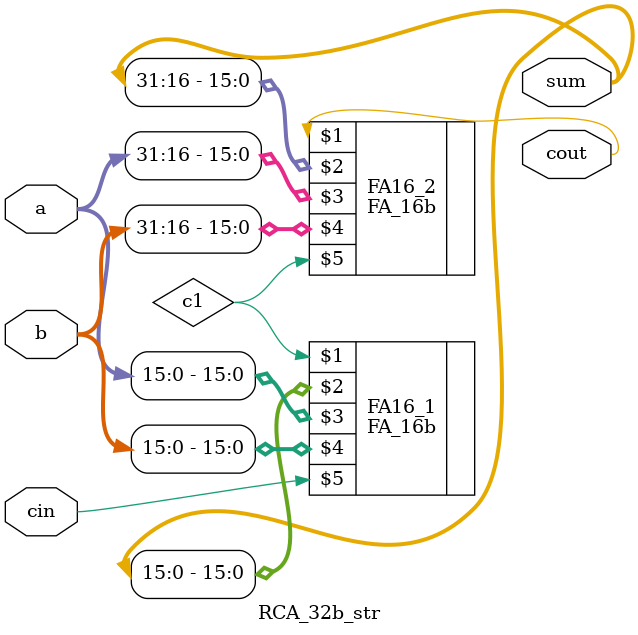
<source format=v>
module RCA_32b_str(cout,sum,a,b,cin);

output cout;
output [31:0] sum;
input [31:0] a;
input [31:0] b;
input cin;

wire c1;

FA_16b FA16_1(c1, sum[15:0], a[15:0], b[15:0],cin);

FA_16b FA16_2(cout, sum[31:16], a[31:16], b[31:16],c1);

endmodule
</source>
